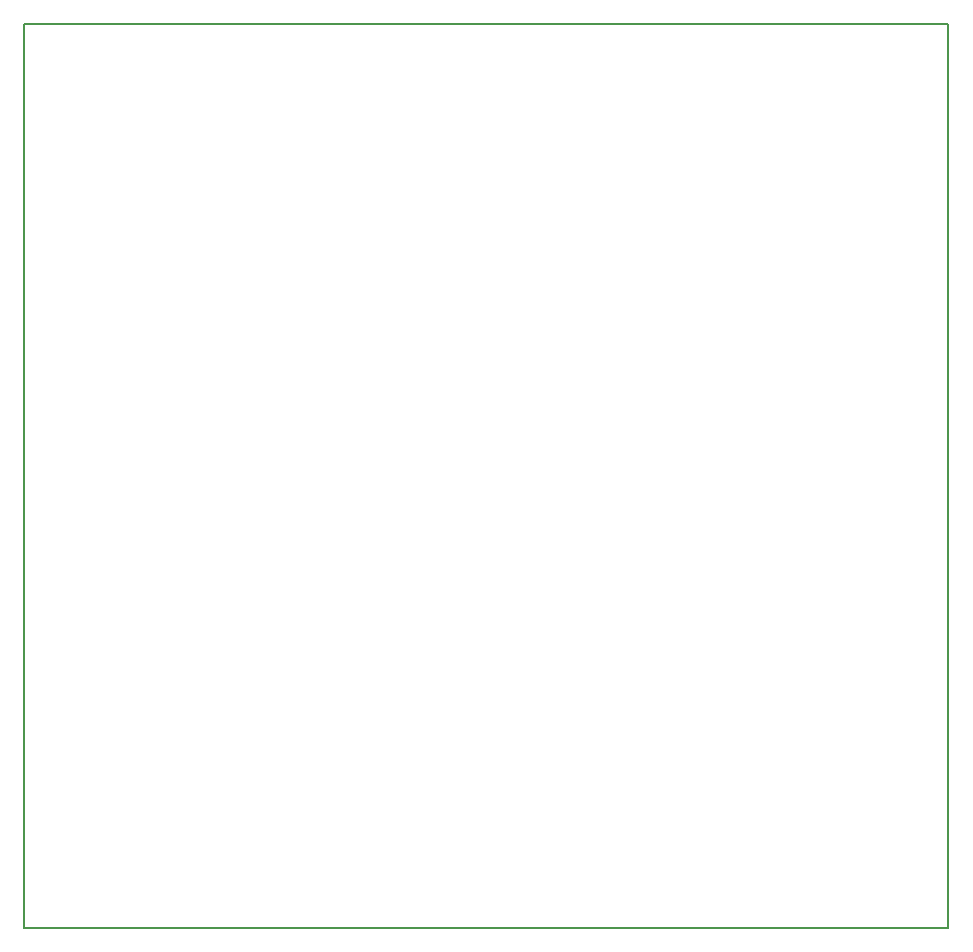
<source format=gbr>
G04 PROTEUS RS274X GERBER FILE*
%FSLAX45Y45*%
%MOMM*%
G01*
%ADD10C,0.203200*%
D10*
X+15000Y+26000D02*
X+7838500Y+26000D01*
X+7838500Y+7681000D01*
X+15000Y+7681000D01*
X+15000Y+26000D01*
M02*

</source>
